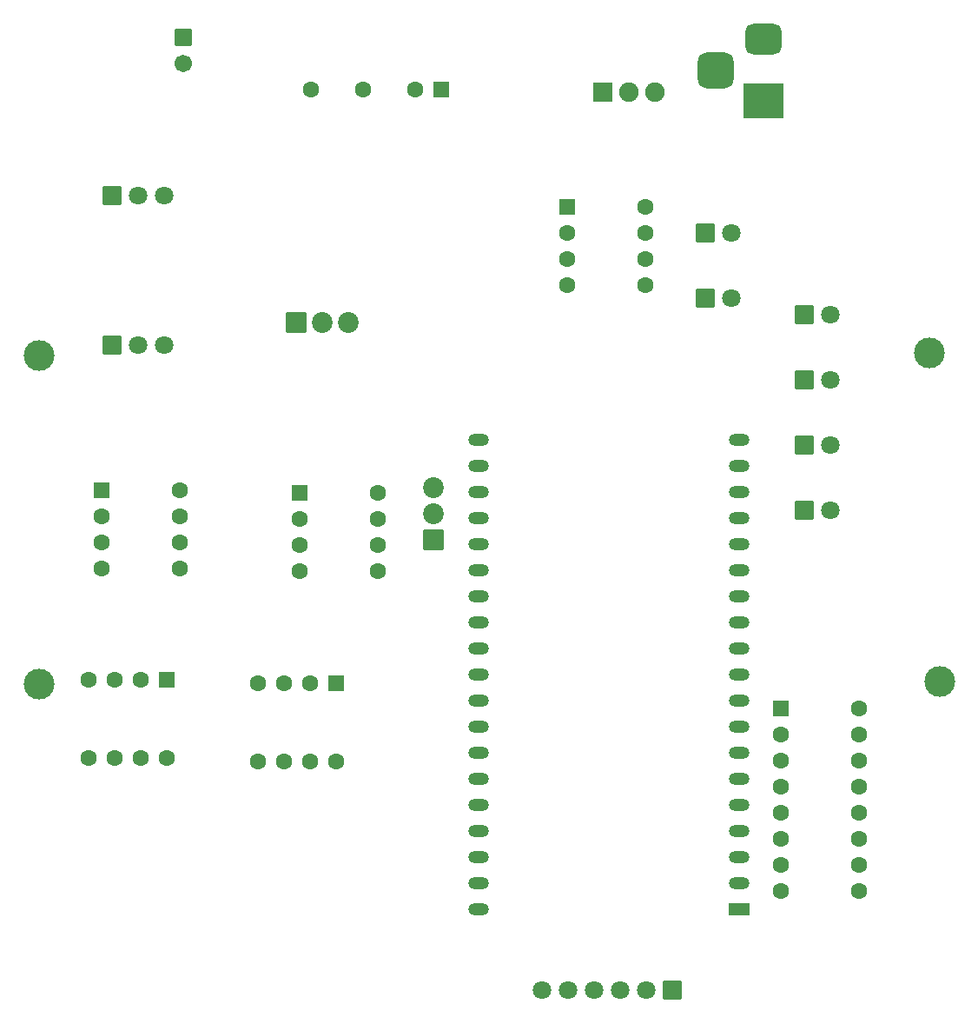
<source format=gbr>
%TF.GenerationSoftware,KiCad,Pcbnew,8.0.8*%
%TF.CreationDate,2025-02-05T15:59:40-06:00*%
%TF.ProjectId,DMXtoMotionPCB_V3,444d5874-6f4d-46f7-9469-6f6e5043425f,rev?*%
%TF.SameCoordinates,Original*%
%TF.FileFunction,Soldermask,Bot*%
%TF.FilePolarity,Negative*%
%FSLAX46Y46*%
G04 Gerber Fmt 4.6, Leading zero omitted, Abs format (unit mm)*
G04 Created by KiCad (PCBNEW 8.0.8) date 2025-02-05 15:59:40*
%MOMM*%
%LPD*%
G01*
G04 APERTURE LIST*
G04 Aperture macros list*
%AMRoundRect*
0 Rectangle with rounded corners*
0 $1 Rounding radius*
0 $2 $3 $4 $5 $6 $7 $8 $9 X,Y pos of 4 corners*
0 Add a 4 corners polygon primitive as box body*
4,1,4,$2,$3,$4,$5,$6,$7,$8,$9,$2,$3,0*
0 Add four circle primitives for the rounded corners*
1,1,$1+$1,$2,$3*
1,1,$1+$1,$4,$5*
1,1,$1+$1,$6,$7*
1,1,$1+$1,$8,$9*
0 Add four rect primitives between the rounded corners*
20,1,$1+$1,$2,$3,$4,$5,0*
20,1,$1+$1,$4,$5,$6,$7,0*
20,1,$1+$1,$6,$7,$8,$9,0*
20,1,$1+$1,$8,$9,$2,$3,0*%
G04 Aperture macros list end*
%ADD10RoundRect,0.050800X-0.850000X-0.850000X0.850000X-0.850000X0.850000X0.850000X-0.850000X0.850000X0*%
%ADD11C,1.801600*%
%ADD12RoundRect,0.050800X-0.750000X-0.750000X0.750000X-0.750000X0.750000X0.750000X-0.750000X0.750000X0*%
%ADD13C,1.601600*%
%ADD14RoundRect,0.050800X0.850000X0.850000X-0.850000X0.850000X-0.850000X-0.850000X0.850000X-0.850000X0*%
%ADD15R,4.000000X3.500000*%
%ADD16RoundRect,0.750000X-1.000000X0.750000X-1.000000X-0.750000X1.000000X-0.750000X1.000000X0.750000X0*%
%ADD17RoundRect,0.875000X-0.875000X0.875000X-0.875000X-0.875000X0.875000X-0.875000X0.875000X0.875000X0*%
%ADD18RoundRect,0.050800X0.750000X-0.750000X0.750000X0.750000X-0.750000X0.750000X-0.750000X-0.750000X0*%
%ADD19C,3.000000*%
%ADD20RoundRect,0.050800X0.960000X-0.960000X0.960000X0.960000X-0.960000X0.960000X-0.960000X-0.960000X0*%
%ADD21C,2.021600*%
%ADD22RoundRect,0.050800X0.750000X0.750000X-0.750000X0.750000X-0.750000X-0.750000X0.750000X-0.750000X0*%
%ADD23R,2.000000X1.200000*%
%ADD24O,2.000000X1.200000*%
%ADD25RoundRect,0.050800X-0.900000X-0.900000X0.900000X-0.900000X0.900000X0.900000X-0.900000X0.900000X0*%
%ADD26C,1.901600*%
%ADD27RoundRect,0.050800X-0.849975X-0.850025X0.850025X-0.849975X0.849975X0.850025X-0.850025X0.849975X0*%
%ADD28RoundRect,0.050800X-0.800000X-0.800000X0.800000X-0.800000X0.800000X0.800000X-0.800000X0.800000X0*%
%ADD29C,1.701600*%
%ADD30RoundRect,0.050800X-0.960000X-0.960000X0.960000X-0.960000X0.960000X0.960000X-0.960000X0.960000X0*%
G04 APERTURE END LIST*
D10*
%TO.C,J6*%
X167987500Y-83369500D03*
D11*
X170527500Y-83369500D03*
%TD*%
D10*
%TO.C,J4*%
X177617000Y-97751000D03*
D11*
X180157000Y-97751000D03*
%TD*%
D12*
%TO.C,VO2*%
X115481100Y-120561100D03*
D13*
X112941100Y-120561100D03*
X110401100Y-120561100D03*
X107861100Y-120561100D03*
X107861100Y-128181100D03*
X110401100Y-128181100D03*
X112941100Y-128181100D03*
X115481100Y-128181100D03*
%TD*%
D14*
%TO.C,J5*%
X164760000Y-150830000D03*
D11*
X162220000Y-150830000D03*
X159680000Y-150830000D03*
X157140000Y-150830000D03*
X154600000Y-150830000D03*
X152060000Y-150830000D03*
%TD*%
D15*
%TO.C,J1*%
X173680000Y-64220000D03*
D16*
X173680000Y-58220000D03*
D17*
X168980000Y-61220000D03*
%TD*%
D18*
%TO.C,U2*%
X109131100Y-102146100D03*
D13*
X109131100Y-104686100D03*
X109131100Y-107226100D03*
X109131100Y-109766100D03*
X116751100Y-109766100D03*
X116751100Y-107226100D03*
X116751100Y-104686100D03*
X116751100Y-102146100D03*
%TD*%
D19*
%TO.C,@HOLE1*%
X103001100Y-121003600D03*
%TD*%
D10*
%TO.C,J3*%
X110150000Y-88010000D03*
D11*
X112690000Y-88010000D03*
X115230000Y-88010000D03*
%TD*%
D18*
%TO.C,U5*%
X154533600Y-74523600D03*
D13*
X154533600Y-77063600D03*
X154533600Y-79603600D03*
X154533600Y-82143600D03*
X162153600Y-82143600D03*
X162153600Y-79603600D03*
X162153600Y-77063600D03*
X162153600Y-74523600D03*
%TD*%
D18*
%TO.C,VO4*%
X175380000Y-123410000D03*
D13*
X175380000Y-125950000D03*
X175380000Y-128490000D03*
X175380000Y-131030000D03*
X175380000Y-133570000D03*
X175380000Y-136110000D03*
X175380000Y-138650000D03*
X175380000Y-141190000D03*
X183000000Y-141190000D03*
X183000000Y-138650000D03*
X183000000Y-136110000D03*
X183000000Y-133570000D03*
X183000000Y-131030000D03*
X183000000Y-128490000D03*
X183000000Y-125950000D03*
X183000000Y-123410000D03*
%TD*%
D20*
%TO.C,S4*%
X141460000Y-106930000D03*
D21*
X141460000Y-104390000D03*
X141460000Y-101850000D03*
%TD*%
D19*
%TO.C,@HOLE3*%
X190820000Y-120720000D03*
%TD*%
D22*
%TO.C,U1*%
X142202600Y-63093600D03*
D13*
X139662600Y-63093600D03*
X134582600Y-63093600D03*
X129502600Y-63093600D03*
%TD*%
D23*
%TO.C,U6*%
X171270000Y-142960000D03*
D24*
X171270000Y-140420000D03*
X171270000Y-137880000D03*
X171270000Y-135340000D03*
X171270000Y-132800000D03*
X171270000Y-130260000D03*
X171270000Y-127720000D03*
X171270000Y-125180000D03*
X171270000Y-122640000D03*
X171270000Y-120100000D03*
X171270000Y-117560000D03*
X171270000Y-115020000D03*
X171270000Y-112480000D03*
X171270000Y-109940000D03*
X171270000Y-107400000D03*
X171270000Y-104860000D03*
X171270000Y-102320000D03*
X171270000Y-99780000D03*
X171270000Y-97240000D03*
X145873680Y-97242720D03*
X145873680Y-99782720D03*
X145870000Y-102320000D03*
X145870000Y-104860000D03*
X145870000Y-107400000D03*
X145870000Y-109940000D03*
X145870000Y-112480000D03*
X145870000Y-115020000D03*
X145870000Y-117560000D03*
X145870000Y-120100000D03*
X145870000Y-122640000D03*
X145870000Y-125180000D03*
X145870000Y-127720000D03*
X145870000Y-130260000D03*
X145870000Y-132800000D03*
X145870000Y-135340000D03*
X145870000Y-137880000D03*
X145870000Y-140420000D03*
X145870000Y-142960000D03*
%TD*%
D25*
%TO.C,U4*%
X158026100Y-63306100D03*
D26*
X163106100Y-63306100D03*
X160566100Y-63306100D03*
%TD*%
D27*
%TO.C,J8*%
X177617000Y-104102037D03*
D11*
X180157000Y-104101963D03*
%TD*%
D19*
%TO.C,@HOLE0*%
X103001100Y-89003600D03*
%TD*%
D27*
%TO.C,J7*%
X167987500Y-77019537D03*
D11*
X170527500Y-77019463D03*
%TD*%
D10*
%TO.C,J10*%
X177617000Y-91400000D03*
D11*
X180157000Y-91400000D03*
%TD*%
D10*
%TO.C,J9*%
X177617000Y-85049500D03*
D11*
X180157000Y-85049500D03*
%TD*%
D18*
%TO.C,VO1*%
X128440000Y-102340000D03*
D13*
X128440000Y-104880000D03*
X128440000Y-107420000D03*
X128440000Y-109960000D03*
X136060000Y-109960000D03*
X136060000Y-107420000D03*
X136060000Y-104880000D03*
X136060000Y-102340000D03*
%TD*%
D28*
%TO.C,D1*%
X117068600Y-58013600D03*
D29*
X117068600Y-60553600D03*
%TD*%
D30*
%TO.C,S3*%
X128060000Y-85800000D03*
D21*
X130600000Y-85800000D03*
X133140000Y-85800000D03*
%TD*%
D12*
%TO.C,VO3*%
X131991100Y-120878600D03*
D13*
X129451100Y-120878600D03*
X126911100Y-120878600D03*
X124371100Y-120878600D03*
X124371100Y-128498600D03*
X126911100Y-128498600D03*
X129451100Y-128498600D03*
X131991100Y-128498600D03*
%TD*%
D19*
%TO.C,@HOLE2*%
X189820000Y-88720000D03*
%TD*%
D10*
%TO.C,J2*%
X110150000Y-73450000D03*
D11*
X112690000Y-73450000D03*
X115230000Y-73450000D03*
%TD*%
M02*

</source>
